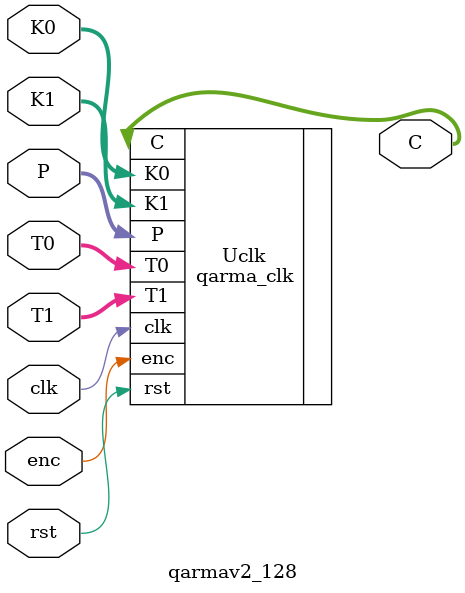
<source format=v>

module qarmav2_128(clk, rst, enc, K0, K1, P, T0, T1, C);
    input clk;
	input rst;
    localparam n = 128;
    input enc;
	input [n-1:0] K0;
    input [n-1:0] K1; 
    input [n-1:0] P;
    input [n-1:0] T0; 
    input [n-1:0] T1; 
    output [n-1:0] C;
    
	qarma_clk Uclk(.clk(clk), .rst(rst), .enc(enc), .K0(K0), .K1(K1), .P(P), .T0(T0), .T1(T1), .C(C));

	
endmodule
</source>
